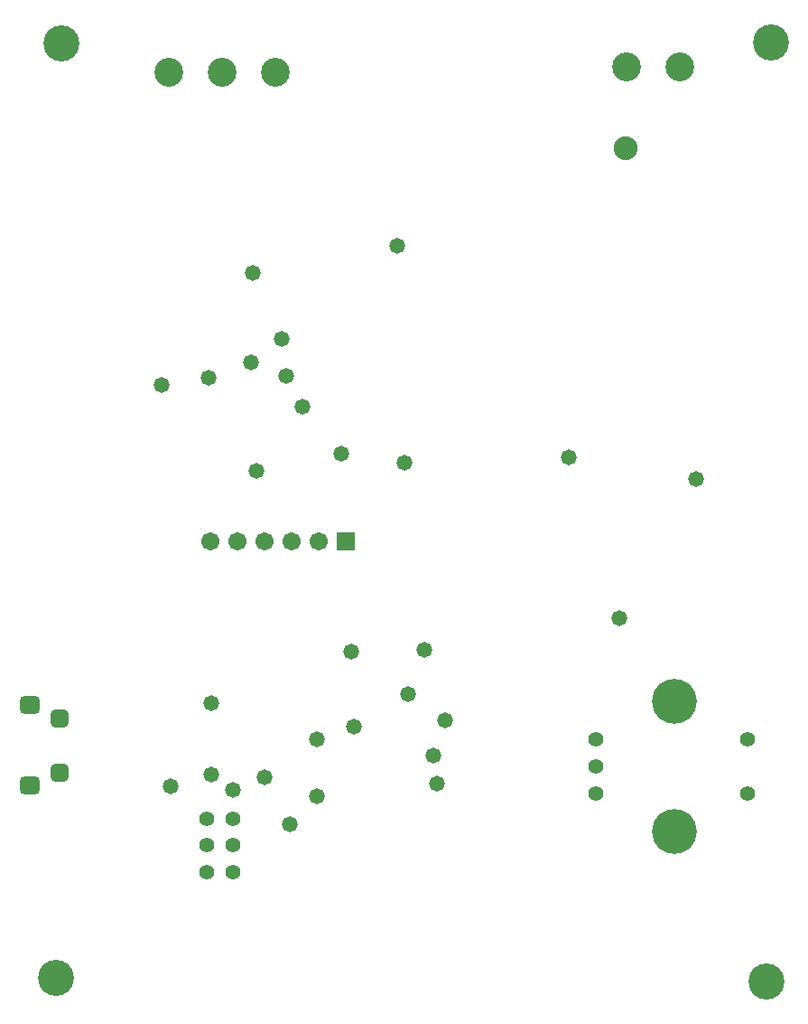
<source format=gbs>
G04*
G04 #@! TF.GenerationSoftware,Altium Limited,Altium Designer,20.0.12 (288)*
G04*
G04 Layer_Color=16711935*
%FSLAX43Y43*%
%MOMM*%
G71*
G01*
G75*
%ADD58C,3.378*%
%ADD59C,2.703*%
G04:AMPARAMS|DCode=60|XSize=1.903mm|YSize=1.703mm|CornerRadius=0.477mm|HoleSize=0mm|Usage=FLASHONLY|Rotation=180.000|XOffset=0mm|YOffset=0mm|HoleType=Round|Shape=RoundedRectangle|*
%AMROUNDEDRECTD60*
21,1,1.903,0.750,0,0,180.0*
21,1,0.950,1.703,0,0,180.0*
1,1,0.953,-0.475,0.375*
1,1,0.953,0.475,0.375*
1,1,0.953,0.475,-0.375*
1,1,0.953,-0.475,-0.375*
%
%ADD60ROUNDEDRECTD60*%
G04:AMPARAMS|DCode=61|XSize=1.703mm|YSize=1.703mm|CornerRadius=0.477mm|HoleSize=0mm|Usage=FLASHONLY|Rotation=180.000|XOffset=0mm|YOffset=0mm|HoleType=Round|Shape=RoundedRectangle|*
%AMROUNDEDRECTD61*
21,1,1.703,0.750,0,0,180.0*
21,1,0.750,1.703,0,0,180.0*
1,1,0.953,-0.375,0.375*
1,1,0.953,0.375,0.375*
1,1,0.953,0.375,-0.375*
1,1,0.953,-0.375,-0.375*
%
%ADD61ROUNDEDRECTD61*%
%ADD62C,4.203*%
%ADD63R,1.703X1.703*%
%ADD64C,1.703*%
%ADD65C,1.403*%
%ADD66C,1.473*%
%ADD67C,2.235*%
D58*
X101854Y35179D02*
D03*
X102235Y123190D02*
D03*
X35179Y35560D02*
D03*
X35687Y123063D02*
D03*
D59*
X88726Y120904D02*
D03*
X93726D02*
D03*
X45800Y120396D02*
D03*
X50800D02*
D03*
X55800D02*
D03*
D60*
X32766Y61057D02*
D03*
Y53564D02*
D03*
D61*
X35560Y59844D02*
D03*
Y54777D02*
D03*
D62*
X93218Y49252D02*
D03*
Y61444D02*
D03*
D63*
X62357Y76430D02*
D03*
D64*
X59817D02*
D03*
X57277D02*
D03*
X54737D02*
D03*
X52197D02*
D03*
X49657D02*
D03*
D65*
X100052Y57888D02*
D03*
X85852Y55348D02*
D03*
Y57888D02*
D03*
X100052Y52808D02*
D03*
X85852D02*
D03*
X51816Y45442D02*
D03*
Y47942D02*
D03*
Y50442D02*
D03*
X49316Y45442D02*
D03*
Y47942D02*
D03*
Y50442D02*
D03*
D66*
X45085Y91059D02*
D03*
X59690Y57912D02*
D03*
X59667Y52578D02*
D03*
X68199Y62078D02*
D03*
X58318Y89002D02*
D03*
X95250Y82271D02*
D03*
X51818Y53164D02*
D03*
X67905Y83758D02*
D03*
X53619Y101549D02*
D03*
X49454Y91770D02*
D03*
X61976Y84633D02*
D03*
X53483Y93193D02*
D03*
X54762Y54356D02*
D03*
X62840Y66116D02*
D03*
X87995Y69199D02*
D03*
X63157Y59093D02*
D03*
X53975Y83007D02*
D03*
X69748Y66243D02*
D03*
X71716Y59665D02*
D03*
X45923Y53467D02*
D03*
X70942Y53746D02*
D03*
X57150Y49886D02*
D03*
X56388Y95377D02*
D03*
X83320Y84328D02*
D03*
X49708Y54534D02*
D03*
Y61290D02*
D03*
X56753Y91900D02*
D03*
X67199Y104064D02*
D03*
X70585Y56364D02*
D03*
D67*
X88646Y113284D02*
D03*
M02*

</source>
